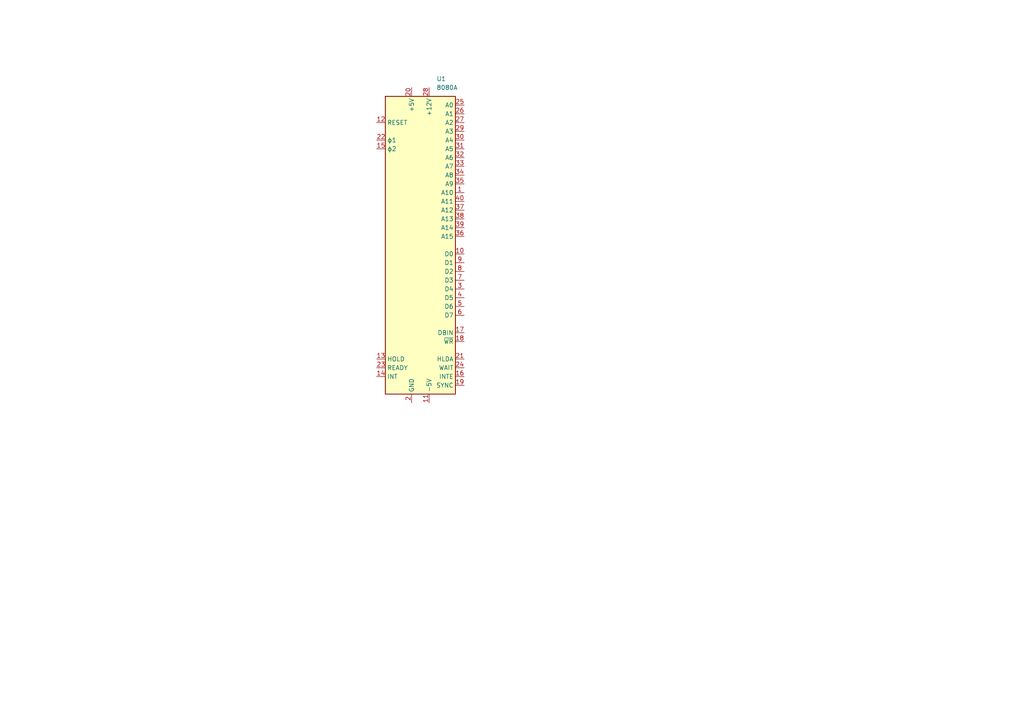
<source format=kicad_sch>
(kicad_sch (version 20250114) (generator "eeschema") (generator_version "9.0")
  (paper "A4")
  (lib_symbols
    (symbol "MCU_Intel:8080A"
      (property "Reference" "U" (at -7.62 44.45 0))
      (property "Value" "8080A" (at 7.62 44.45 0))
      (symbol "8080A_0_1"
        (rectangle (start -10.16 43.18) (end 10.16 -43.18) (stroke (width 0.254)) (fill (type background)))
      )
      (symbol "8080A_1_1"
        (pin input line (at -12.7 35.56 0) (length 2.54) (name "RESET") (number "12"))
        (pin input line (at -12.7 30.48 0) (length 2.54) (name "ϕ1") (number "22"))
        (pin input line (at -12.7 27.94 0) (length 2.54) (name "ϕ2") (number "15"))
        (pin input line (at -12.7 -33.02 0) (length 2.54) (name "HOLD") (number "13"))
        (pin input line (at -12.7 -35.56 0) (length 2.54) (name "READY") (number "23"))
        (pin input line (at -12.7 -38.1 0) (length 2.54) (name "INT") (number "14"))
        (pin power_in line (at -2.54 45.72 270) (length 2.54) (name "+5V") (number "20"))
        (pin power_in line (at -2.54 -45.72 90) (length 2.54) (name "GND") (number "2"))
        (pin power_in line (at 2.54 45.72 270) (length 2.54) (name "+12V") (number "28"))
        (pin power_in line (at 2.54 -45.72 90) (length 2.54) (name "-5V") (number "11"))
        (pin output line (at 12.7 40.64 180) (length 2.54) (name "A0") (number "25"))
        (pin output line (at 12.7 38.1 180) (length 2.54) (name "A1") (number "26"))
        (pin output line (at 12.7 35.56 180) (length 2.54) (name "A2") (number "27"))
        (pin output line (at 12.7 33.02 180) (length 2.54) (name "A3") (number "29"))
        (pin output line (at 12.7 30.48 180) (length 2.54) (name "A4") (number "30"))
        (pin output line (at 12.7 27.94 180) (length 2.54) (name "A5") (number "31"))
        (pin output line (at 12.7 25.4 180) (length 2.54) (name "A6") (number "32"))
        (pin output line (at 12.7 22.86 180) (length 2.54) (name "A7") (number "33"))
        (pin output line (at 12.7 20.32 180) (length 2.54) (name "A8") (number "34"))
        (pin output line (at 12.7 17.78 180) (length 2.54) (name "A9") (number "35"))
        (pin output line (at 12.7 15.24 180) (length 2.54) (name "A10") (number "1"))
        (pin output line (at 12.7 12.7 180) (length 2.54) (name "A11") (number "40"))
        (pin output line (at 12.7 10.16 180) (length 2.54) (name "A12") (number "37"))
        (pin output line (at 12.7 7.62 180) (length 2.54) (name "A13") (number "38"))
        (pin output line (at 12.7 5.08 180) (length 2.54) (name "A14") (number "39"))
        (pin output line (at 12.7 2.54 180) (length 2.54) (name "A15") (number "36"))
        (pin bidirectional line (at 12.7 -2.54 180) (length 2.54) (name "D0") (number "10"))
        (pin bidirectional line (at 12.7 -5.08 180) (length 2.54) (name "D1") (number "9"))
        (pin bidirectional line (at 12.7 -7.62 180) (length 2.54) (name "D2") (number "8"))
        (pin bidirectional line (at 12.7 -10.16 180) (length 2.54) (name "D3") (number "7"))
        (pin bidirectional line (at 12.7 -12.7 180) (length 2.54) (name "D4") (number "3"))
        (pin bidirectional line (at 12.7 -15.24 180) (length 2.54) (name "D5") (number "4"))
        (pin bidirectional line (at 12.7 -17.78 180) (length 2.54) (name "D6") (number "5"))
        (pin bidirectional line (at 12.7 -20.32 180) (length 2.54) (name "D7") (number "6"))
        (pin output line (at 12.7 -25.4 180) (length 2.54) (name "DBIN") (number "17"))
        (pin output line (at 12.7 -27.94 180) (length 2.54) (name "~{WR}") (number "18"))
        (pin output line (at 12.7 -33.02 180) (length 2.54) (name "HLDA") (number "21"))
        (pin output line (at 12.7 -35.56 180) (length 2.54) (name "WAIT") (number "24"))
        (pin output line (at 12.7 -38.1 180) (length 2.54) (name "INTE") (number "16"))
        (pin output line (at 12.7 -40.64 180) (length 2.54) (name "SYNC") (number "19"))
      )
    )
  )
  (symbol (lib_id "MCU_Intel:8080A") (at 121.92 71.12 0) (unit 1)
    (property "Reference" "U1" (at 126.6033 22.86 0) (effects (justify left)))
    (property "Value" "8080A" (at 126.6033 25.4 0) (effects (justify left)))
    (property "Footprint" "Package_DIP:DIP-40_W15.24mm" (effects (hide yes)))
    (property "Datasheet" "http://datasheets.chipdb.org/Intel/MCS-80/intel-8080.pdf" (effects (hide yes)))
    (property "Description" "8-bit N-channel Microprocessor, DIP-40" (effects (hide yes)))
  )
)
</source>
